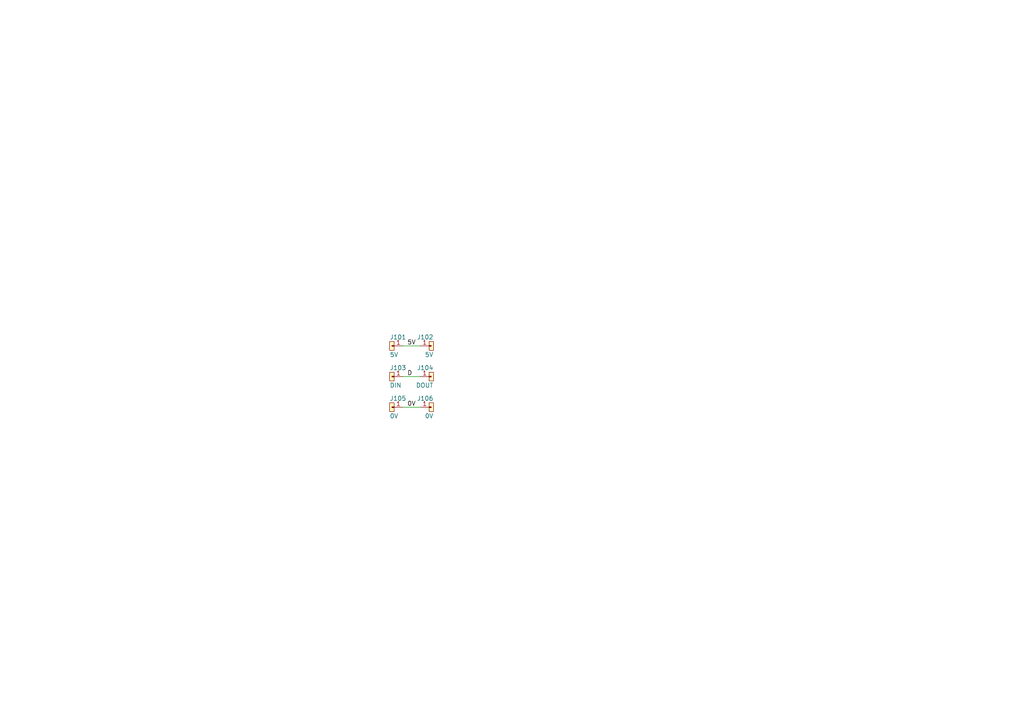
<source format=kicad_sch>
(kicad_sch (version 20230121) (generator eeschema)
  (paper "A4")
  (title_block (title "LEDEAF Bridge PCB") (date "2021-05-23") (rev "1") (comment 1 "Drawn By: AG"))
  (lib_symbols
    (symbol "ael:CONN_01x01" (pin_names (offset 0.0254) hide)
      (property "Reference" "J" (at -1.27 2.54 0))
      (property "Value" "CONN_01x01" (at -1.27 -2.54 0))
      (symbol "CONN_01x01_0_1"
        (rectangle (start 0 0.127) (end -0.635 -0.127) (fill (type outline)))
        (rectangle (start 0 1.27) (end -1.27 -1.27) (fill (type background)))
      )
      (symbol "CONN_01x01_1_1"
        (pin passive line (at 2.54 0 180) (length 2.54) (name "1") (number "1"))
      )
    )
  )
  (wire (pts (xy 116.84 100.33) (xy 121.92 100.33)))
  (wire (pts (xy 116.84 109.22) (xy 121.92 109.22)))
  (wire (pts (xy 116.84 118.11) (xy 121.92 118.11)))
  (label "5V" (at 118.11 100.33 0))
  (label "0V" (at 118.11 118.11 0))
  (label "D" (at 118.11 109.22 0))
  (symbol (lib_id "ael:CONN_01x01") (at 124.46 118.11 0) (mirror y) (unit 1)
    (property "Reference" "J106" (at 125.73 115.57 0) (effects (justify left)))
    (property "Value" "0V" (at 125.73 120.65 0) (effects (justify left)))
    (property "Footprint" "agg:M2_PTH" (effects hide))
  )
  (symbol (lib_id "ael:CONN_01x01") (at 114.3 100.33 0) (unit 1)
    (property "Reference" "J101" (at 113.03 97.79 0) (effects (justify left)))
    (property "Value" "5V" (at 113.03 102.87 0) (effects (justify left)))
    (property "Footprint" "agg:M2_PTH" (effects hide))
  )
  (symbol (lib_id "ael:CONN_01x01") (at 124.46 100.33 0) (mirror y) (unit 1)
    (property "Reference" "J102" (at 125.73 97.79 0) (effects (justify left)))
    (property "Value" "5V" (at 125.73 102.87 0) (effects (justify left)))
    (property "Footprint" "agg:M2_PTH" (effects hide))
  )
  (symbol (lib_id "ael:CONN_01x01") (at 124.46 109.22 0) (mirror y) (unit 1)
    (property "Reference" "J104" (at 125.73 106.68 0) (effects (justify left)))
    (property "Value" "DOUT" (at 125.73 111.76 0) (effects (justify left)))
    (property "Footprint" "agg:M2_PTH" (effects hide))
  )
  (symbol (lib_id "ael:CONN_01x01") (at 114.3 109.22 0) (unit 1)
    (property "Reference" "J103" (at 113.03 106.68 0) (effects (justify left)))
    (property "Value" "DIN" (at 113.03 111.76 0) (effects (justify left)))
    (property "Footprint" "agg:M2_PTH" (effects hide))
  )
  (symbol (lib_id "ael:CONN_01x01") (at 114.3 118.11 0) (unit 1)
    (property "Reference" "J105" (at 113.03 115.57 0) (effects (justify left)))
    (property "Value" "0V" (at 113.03 120.65 0) (effects (justify left)))
    (property "Footprint" "agg:M2_PTH" (effects hide))
  )
)
</source>
